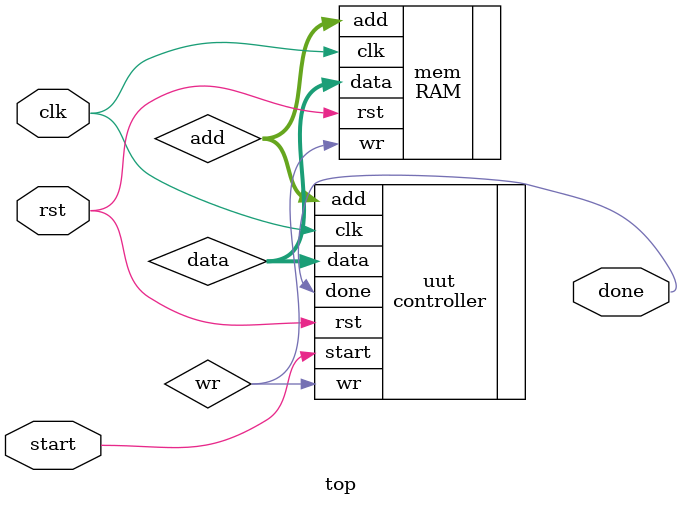
<source format=v>
`timescale 1ns / 1ps


module top (
    input clk,
    input rst,
    input start,
    output done
);

wire [2:0] add;
wire wr;
wire [7:0] data;

// Instantiate your controller
controller uut (
    .clk(clk),
    .rst(rst),
    .start(start),
    .add(add),
    .wr(wr),
    .data(data),
    .done(done)
);

// Instantiate your RAM
RAM mem (
    .clk(clk),
    .rst(rst),
    .add(add),
    .wr(wr),
    .data(data)
);

endmodule

</source>
